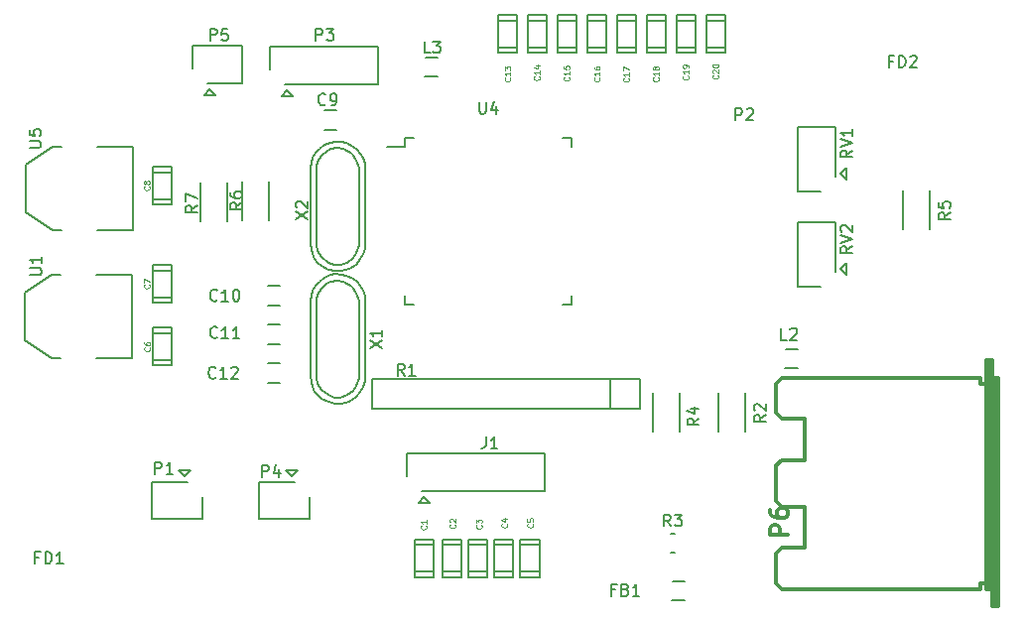
<source format=gbr>
G04 #@! TF.FileFunction,Legend,Top*
%FSLAX46Y46*%
G04 Gerber Fmt 4.6, Leading zero omitted, Abs format (unit mm)*
G04 Created by KiCad (PCBNEW 4.0.2-stable) date 29/08/2016 23:52:40*
%MOMM*%
G01*
G04 APERTURE LIST*
%ADD10C,0.100000*%
%ADD11C,0.150000*%
%ADD12C,0.127000*%
%ADD13C,0.304800*%
%ADD14C,0.119380*%
G04 APERTURE END LIST*
D10*
D11*
X134000240Y-100330000D02*
X134401560Y-100129340D01*
X134401560Y-100129340D02*
X135001000Y-100027740D01*
X135001000Y-100027740D02*
X135501380Y-100129340D01*
X135501380Y-100129340D02*
X136199880Y-100528120D01*
X136199880Y-100528120D02*
X136601200Y-101130100D01*
X136601200Y-101130100D02*
X136801860Y-101729540D01*
X136801860Y-101729540D02*
X136801860Y-108328460D01*
X136801860Y-108328460D02*
X136601200Y-109029500D01*
X136601200Y-109029500D02*
X136301480Y-109428280D01*
X136301480Y-109428280D02*
X135801100Y-109829600D01*
X135801100Y-109829600D02*
X135201660Y-110030260D01*
X135201660Y-110030260D02*
X134701280Y-110030260D01*
X134701280Y-110030260D02*
X134200900Y-109829600D01*
X134200900Y-109829600D02*
X133601460Y-109329220D01*
X133601460Y-109329220D02*
X133301740Y-108828840D01*
X133301740Y-108828840D02*
X133200140Y-108328460D01*
X133200140Y-108229400D02*
X133200140Y-101627940D01*
X133200140Y-101627940D02*
X133301740Y-101229160D01*
X133301740Y-101229160D02*
X133601460Y-100728780D01*
X133601460Y-100728780D02*
X134101840Y-100228400D01*
X132671820Y-108219240D02*
X132720080Y-108678980D01*
X132720080Y-108678980D02*
X132831840Y-109077760D01*
X132831840Y-109077760D02*
X133050280Y-109509560D01*
X133050280Y-109509560D02*
X133281420Y-109799120D01*
X133281420Y-109799120D02*
X133631940Y-110129320D01*
X133631940Y-110129320D02*
X134170420Y-110418880D01*
X134170420Y-110418880D02*
X134769860Y-110548420D01*
X134769860Y-110548420D02*
X135280400Y-110548420D01*
X135280400Y-110548420D02*
X135981440Y-110378240D01*
X135981440Y-110378240D02*
X136570720Y-109979460D01*
X136570720Y-109979460D02*
X136941560Y-109519720D01*
X136941560Y-109519720D02*
X137149840Y-109098080D01*
X137149840Y-109098080D02*
X137309860Y-108648500D01*
X137309860Y-108648500D02*
X137340340Y-108209080D01*
X137121900Y-100868480D02*
X136900920Y-100490020D01*
X136900920Y-100490020D02*
X136621520Y-100169980D01*
X136621520Y-100169980D02*
X136291320Y-99918520D01*
X136291320Y-99918520D02*
X135740140Y-99618800D01*
X135740140Y-99618800D02*
X135270240Y-99509580D01*
X135270240Y-99509580D02*
X134810500Y-99489260D01*
X134810500Y-99489260D02*
X134350760Y-99578160D01*
X134350760Y-99578160D02*
X133901180Y-99768660D01*
X133901180Y-99768660D02*
X133431280Y-100129340D01*
X133431280Y-100129340D02*
X133111240Y-100479860D01*
X133111240Y-100479860D02*
X132880100Y-100868480D01*
X132880100Y-100868480D02*
X132740400Y-101297740D01*
X132740400Y-101297740D02*
X132671820Y-101739700D01*
X137330180Y-108229400D02*
X137330180Y-101777800D01*
X137330180Y-101777800D02*
X137292080Y-101358700D01*
X137292080Y-101358700D02*
X137121900Y-100868480D01*
X132671820Y-108229400D02*
X132671820Y-101777800D01*
X134000240Y-89027000D02*
X134401560Y-88826340D01*
X134401560Y-88826340D02*
X135001000Y-88724740D01*
X135001000Y-88724740D02*
X135501380Y-88826340D01*
X135501380Y-88826340D02*
X136199880Y-89225120D01*
X136199880Y-89225120D02*
X136601200Y-89827100D01*
X136601200Y-89827100D02*
X136801860Y-90426540D01*
X136801860Y-90426540D02*
X136801860Y-97025460D01*
X136801860Y-97025460D02*
X136601200Y-97726500D01*
X136601200Y-97726500D02*
X136301480Y-98125280D01*
X136301480Y-98125280D02*
X135801100Y-98526600D01*
X135801100Y-98526600D02*
X135201660Y-98727260D01*
X135201660Y-98727260D02*
X134701280Y-98727260D01*
X134701280Y-98727260D02*
X134200900Y-98526600D01*
X134200900Y-98526600D02*
X133601460Y-98026220D01*
X133601460Y-98026220D02*
X133301740Y-97525840D01*
X133301740Y-97525840D02*
X133200140Y-97025460D01*
X133200140Y-96926400D02*
X133200140Y-90324940D01*
X133200140Y-90324940D02*
X133301740Y-89926160D01*
X133301740Y-89926160D02*
X133601460Y-89425780D01*
X133601460Y-89425780D02*
X134101840Y-88925400D01*
X132671820Y-96916240D02*
X132720080Y-97375980D01*
X132720080Y-97375980D02*
X132831840Y-97774760D01*
X132831840Y-97774760D02*
X133050280Y-98206560D01*
X133050280Y-98206560D02*
X133281420Y-98496120D01*
X133281420Y-98496120D02*
X133631940Y-98826320D01*
X133631940Y-98826320D02*
X134170420Y-99115880D01*
X134170420Y-99115880D02*
X134769860Y-99245420D01*
X134769860Y-99245420D02*
X135280400Y-99245420D01*
X135280400Y-99245420D02*
X135981440Y-99075240D01*
X135981440Y-99075240D02*
X136570720Y-98676460D01*
X136570720Y-98676460D02*
X136941560Y-98216720D01*
X136941560Y-98216720D02*
X137149840Y-97795080D01*
X137149840Y-97795080D02*
X137309860Y-97345500D01*
X137309860Y-97345500D02*
X137340340Y-96906080D01*
X137121900Y-89565480D02*
X136900920Y-89187020D01*
X136900920Y-89187020D02*
X136621520Y-88866980D01*
X136621520Y-88866980D02*
X136291320Y-88615520D01*
X136291320Y-88615520D02*
X135740140Y-88315800D01*
X135740140Y-88315800D02*
X135270240Y-88206580D01*
X135270240Y-88206580D02*
X134810500Y-88186260D01*
X134810500Y-88186260D02*
X134350760Y-88275160D01*
X134350760Y-88275160D02*
X133901180Y-88465660D01*
X133901180Y-88465660D02*
X133431280Y-88826340D01*
X133431280Y-88826340D02*
X133111240Y-89176860D01*
X133111240Y-89176860D02*
X132880100Y-89565480D01*
X132880100Y-89565480D02*
X132740400Y-89994740D01*
X132740400Y-89994740D02*
X132671820Y-90436700D01*
X137330180Y-96926400D02*
X137330180Y-90474800D01*
X137330180Y-90474800D02*
X137292080Y-90055700D01*
X137292080Y-90055700D02*
X137121900Y-89565480D01*
X132671820Y-96926400D02*
X132671820Y-90474800D01*
X140703000Y-87871000D02*
X140703000Y-88631000D01*
X154953000Y-87871000D02*
X154953000Y-88631000D01*
X154953000Y-102121000D02*
X154953000Y-101361000D01*
X140703000Y-102121000D02*
X140703000Y-101361000D01*
X140703000Y-87871000D02*
X141463000Y-87871000D01*
X140703000Y-102121000D02*
X141463000Y-102121000D01*
X154953000Y-102121000D02*
X154193000Y-102121000D01*
X154953000Y-87871000D02*
X154193000Y-87871000D01*
X140703000Y-88631000D02*
X139178000Y-88631000D01*
X142450820Y-82588100D02*
X143502380Y-82588100D01*
X143553180Y-80987900D02*
X142501620Y-80987900D01*
D12*
X143179800Y-122618500D02*
X141554200Y-122618500D01*
X141554200Y-124904500D02*
X143179800Y-124904500D01*
X141554200Y-125361700D02*
X143179800Y-125361700D01*
X143179800Y-125361700D02*
X143179800Y-122161300D01*
X143179800Y-122161300D02*
X141554200Y-122161300D01*
X141554200Y-122161300D02*
X141554200Y-125361700D01*
X145529300Y-122618500D02*
X143903700Y-122618500D01*
X143903700Y-124904500D02*
X145529300Y-124904500D01*
X143903700Y-125361700D02*
X145529300Y-125361700D01*
X145529300Y-125361700D02*
X145529300Y-122161300D01*
X145529300Y-122161300D02*
X143903700Y-122161300D01*
X143903700Y-122161300D02*
X143903700Y-125361700D01*
X147751800Y-122618500D02*
X146126200Y-122618500D01*
X146126200Y-124904500D02*
X147751800Y-124904500D01*
X146126200Y-125361700D02*
X147751800Y-125361700D01*
X147751800Y-125361700D02*
X147751800Y-122161300D01*
X147751800Y-122161300D02*
X146126200Y-122161300D01*
X146126200Y-122161300D02*
X146126200Y-125361700D01*
X149974300Y-122618500D02*
X148348700Y-122618500D01*
X148348700Y-124904500D02*
X149974300Y-124904500D01*
X148348700Y-125361700D02*
X149974300Y-125361700D01*
X149974300Y-125361700D02*
X149974300Y-122161300D01*
X149974300Y-122161300D02*
X148348700Y-122161300D01*
X148348700Y-122161300D02*
X148348700Y-125361700D01*
X152196800Y-122618500D02*
X150571200Y-122618500D01*
X150571200Y-124904500D02*
X152196800Y-124904500D01*
X150571200Y-125361700D02*
X152196800Y-125361700D01*
X152196800Y-125361700D02*
X152196800Y-122161300D01*
X152196800Y-122161300D02*
X150571200Y-122161300D01*
X150571200Y-122161300D02*
X150571200Y-125361700D01*
X119202200Y-106807000D02*
X120827800Y-106807000D01*
X120827800Y-104521000D02*
X119202200Y-104521000D01*
X120827800Y-104063800D02*
X119202200Y-104063800D01*
X119202200Y-104063800D02*
X119202200Y-107264200D01*
X119202200Y-107264200D02*
X120827800Y-107264200D01*
X120827800Y-107264200D02*
X120827800Y-104063800D01*
X120827800Y-99187000D02*
X119202200Y-99187000D01*
X119202200Y-101473000D02*
X120827800Y-101473000D01*
X119202200Y-101930200D02*
X120827800Y-101930200D01*
X120827800Y-101930200D02*
X120827800Y-98729800D01*
X120827800Y-98729800D02*
X119202200Y-98729800D01*
X119202200Y-98729800D02*
X119202200Y-101930200D01*
X120827800Y-90805000D02*
X119202200Y-90805000D01*
X119202200Y-93091000D02*
X120827800Y-93091000D01*
X119202200Y-93548200D02*
X120827800Y-93548200D01*
X120827800Y-93548200D02*
X120827800Y-90347800D01*
X120827800Y-90347800D02*
X119202200Y-90347800D01*
X119202200Y-90347800D02*
X119202200Y-93548200D01*
D11*
X134866000Y-85510000D02*
X133866000Y-85510000D01*
X133866000Y-87210000D02*
X134866000Y-87210000D01*
X130040000Y-100496000D02*
X129040000Y-100496000D01*
X129040000Y-102196000D02*
X130040000Y-102196000D01*
X130040000Y-103798000D02*
X129040000Y-103798000D01*
X129040000Y-105498000D02*
X130040000Y-105498000D01*
X130040000Y-107100000D02*
X129040000Y-107100000D01*
X129040000Y-108800000D02*
X130040000Y-108800000D01*
D12*
X150291800Y-77851000D02*
X148666200Y-77851000D01*
X148666200Y-80137000D02*
X150291800Y-80137000D01*
X148666200Y-80594200D02*
X150291800Y-80594200D01*
X150291800Y-80594200D02*
X150291800Y-77393800D01*
X150291800Y-77393800D02*
X148666200Y-77393800D01*
X148666200Y-77393800D02*
X148666200Y-80594200D01*
X152831800Y-77851000D02*
X151206200Y-77851000D01*
X151206200Y-80137000D02*
X152831800Y-80137000D01*
X151206200Y-80594200D02*
X152831800Y-80594200D01*
X152831800Y-80594200D02*
X152831800Y-77393800D01*
X152831800Y-77393800D02*
X151206200Y-77393800D01*
X151206200Y-77393800D02*
X151206200Y-80594200D01*
X155371800Y-77851000D02*
X153746200Y-77851000D01*
X153746200Y-80137000D02*
X155371800Y-80137000D01*
X153746200Y-80594200D02*
X155371800Y-80594200D01*
X155371800Y-80594200D02*
X155371800Y-77393800D01*
X155371800Y-77393800D02*
X153746200Y-77393800D01*
X153746200Y-77393800D02*
X153746200Y-80594200D01*
X157911800Y-77851000D02*
X156286200Y-77851000D01*
X156286200Y-80137000D02*
X157911800Y-80137000D01*
X156286200Y-80594200D02*
X157911800Y-80594200D01*
X157911800Y-80594200D02*
X157911800Y-77393800D01*
X157911800Y-77393800D02*
X156286200Y-77393800D01*
X156286200Y-77393800D02*
X156286200Y-80594200D01*
X160451800Y-77851000D02*
X158826200Y-77851000D01*
X158826200Y-80137000D02*
X160451800Y-80137000D01*
X158826200Y-80594200D02*
X160451800Y-80594200D01*
X160451800Y-80594200D02*
X160451800Y-77393800D01*
X160451800Y-77393800D02*
X158826200Y-77393800D01*
X158826200Y-77393800D02*
X158826200Y-80594200D01*
X162991800Y-77851000D02*
X161366200Y-77851000D01*
X161366200Y-80137000D02*
X162991800Y-80137000D01*
X161366200Y-80594200D02*
X162991800Y-80594200D01*
X162991800Y-80594200D02*
X162991800Y-77393800D01*
X162991800Y-77393800D02*
X161366200Y-77393800D01*
X161366200Y-77393800D02*
X161366200Y-80594200D01*
X165531800Y-77851000D02*
X163906200Y-77851000D01*
X163906200Y-80137000D02*
X165531800Y-80137000D01*
X163906200Y-80594200D02*
X165531800Y-80594200D01*
X165531800Y-80594200D02*
X165531800Y-77393800D01*
X165531800Y-77393800D02*
X163906200Y-77393800D01*
X163906200Y-77393800D02*
X163906200Y-80594200D01*
X168071800Y-77851000D02*
X166446200Y-77851000D01*
X166446200Y-80137000D02*
X168071800Y-80137000D01*
X166446200Y-80594200D02*
X168071800Y-80594200D01*
X168071800Y-80594200D02*
X168071800Y-77393800D01*
X168071800Y-77393800D02*
X166446200Y-77393800D01*
X166446200Y-77393800D02*
X166446200Y-80594200D01*
D11*
X163532820Y-127292100D02*
X164584380Y-127292100D01*
X164635180Y-125691900D02*
X163583620Y-125691900D01*
X174287180Y-105879900D02*
X173235620Y-105879900D01*
X173184820Y-107480100D02*
X174236380Y-107480100D01*
D13*
X190614300Y-126347220D02*
X190614300Y-106847640D01*
X190863220Y-108348780D02*
X190863220Y-126347220D01*
X191114680Y-127848360D02*
X191114680Y-108348780D01*
X172864780Y-126347220D02*
X189865000Y-126347220D01*
X172864780Y-126347220D02*
X172364400Y-125846840D01*
X172364400Y-125846840D02*
X172364400Y-123347480D01*
X172364400Y-123347480D02*
X172864780Y-122847100D01*
X172864780Y-122847100D02*
X174863760Y-122847100D01*
X174863760Y-122847100D02*
X174863760Y-119346980D01*
X172864780Y-108348780D02*
X189865000Y-108348780D01*
X172864780Y-108348780D02*
X172364400Y-108849160D01*
X172364400Y-108849160D02*
X172364400Y-110848140D01*
X172364400Y-110848140D02*
X172364400Y-111348520D01*
X172364400Y-111348520D02*
X172864780Y-111848900D01*
X172864780Y-111848900D02*
X174863760Y-111848900D01*
X174863760Y-111848900D02*
X174863760Y-115349020D01*
X172364400Y-118849140D02*
X172864780Y-119346980D01*
X172864780Y-119346980D02*
X174863760Y-119346980D01*
X172364400Y-118849140D02*
X172364400Y-115846860D01*
X172364400Y-115846860D02*
X172864780Y-115349020D01*
X172864780Y-115349020D02*
X174863760Y-115349020D01*
X190863220Y-106847640D02*
X190863220Y-108348780D01*
X190863220Y-108348780D02*
X191363600Y-108348780D01*
X191363600Y-108348780D02*
X191363600Y-127848360D01*
X190863220Y-127848360D02*
X190863220Y-126347220D01*
X190863220Y-126347220D02*
X190362840Y-126347220D01*
X190362840Y-126347220D02*
X190362840Y-106847640D01*
X189865000Y-108348780D02*
X189865000Y-108849160D01*
X189865000Y-126347220D02*
X189865000Y-125846840D01*
X190362840Y-108849160D02*
X189865000Y-108849160D01*
X189865000Y-125846840D02*
X190362840Y-125846840D01*
X191363600Y-127848360D02*
X190863220Y-127848360D01*
X190362840Y-106847640D02*
X190863220Y-106847640D01*
D11*
X137922000Y-110998000D02*
X137922000Y-108458000D01*
X137922000Y-108458000D02*
X160782000Y-108458000D01*
X160782000Y-108458000D02*
X160782000Y-110998000D01*
X137922000Y-110998000D02*
X160782000Y-110998000D01*
X158242000Y-110998000D02*
X158242000Y-108458000D01*
X167513000Y-112903000D02*
X167513000Y-109601000D01*
X169799000Y-111252000D02*
X169799000Y-109601000D01*
X169799000Y-111252000D02*
X169799000Y-112903000D01*
X163576000Y-121627900D02*
X163375340Y-121627900D01*
X163576000Y-121627900D02*
X163776660Y-121627900D01*
X163675060Y-123228100D02*
X163776660Y-123228100D01*
X163776660Y-123228100D02*
X163375340Y-123228100D01*
X164211000Y-109601000D02*
X164211000Y-112903000D01*
X161925000Y-111252000D02*
X161925000Y-112903000D01*
X161925000Y-111252000D02*
X161925000Y-109601000D01*
X183261000Y-95631000D02*
X183261000Y-92329000D01*
X185547000Y-93980000D02*
X185547000Y-92329000D01*
X185547000Y-93980000D02*
X185547000Y-95631000D01*
X129159000Y-91567000D02*
X129159000Y-94869000D01*
X126873000Y-93218000D02*
X126873000Y-94869000D01*
X126873000Y-93218000D02*
X126873000Y-91567000D01*
X123317000Y-94996000D02*
X123317000Y-91694000D01*
X125603000Y-93345000D02*
X125603000Y-91694000D01*
X125603000Y-93345000D02*
X125603000Y-94996000D01*
X114452400Y-95707200D02*
X117500400Y-95707200D01*
X117500400Y-95707200D02*
X117500400Y-88595200D01*
X117500400Y-88595200D02*
X114452400Y-88595200D01*
X111404400Y-95707200D02*
X110642400Y-95707200D01*
X110642400Y-95707200D02*
X108356400Y-94183200D01*
X108356400Y-94183200D02*
X108356400Y-90119200D01*
X108356400Y-90119200D02*
X110642400Y-88595200D01*
X110642400Y-88595200D02*
X111404400Y-88595200D01*
X114427000Y-106680000D02*
X117475000Y-106680000D01*
X117475000Y-106680000D02*
X117475000Y-99568000D01*
X117475000Y-99568000D02*
X114427000Y-99568000D01*
X111379000Y-106680000D02*
X110617000Y-106680000D01*
X110617000Y-106680000D02*
X108331000Y-105156000D01*
X108331000Y-105156000D02*
X108331000Y-101092000D01*
X108331000Y-101092000D02*
X110617000Y-99568000D01*
X110617000Y-99568000D02*
X111379000Y-99568000D01*
X140867000Y-116720000D02*
X140867000Y-114790000D01*
X140867000Y-114790000D02*
X152617000Y-114790000D01*
X152617000Y-114790000D02*
X152617000Y-117990000D01*
X152617000Y-117990000D02*
X142137000Y-117990000D01*
X142367000Y-118490000D02*
X142867000Y-118990000D01*
X142867000Y-118990000D02*
X141867000Y-118990000D01*
X141867000Y-118990000D02*
X142367000Y-118490000D01*
X129183000Y-82049000D02*
X129183000Y-80119000D01*
X129183000Y-80119000D02*
X138433000Y-80119000D01*
X138433000Y-80119000D02*
X138433000Y-83319000D01*
X138433000Y-83319000D02*
X130453000Y-83319000D01*
X130683000Y-83819000D02*
X131183000Y-84319000D01*
X131183000Y-84319000D02*
X130183000Y-84319000D01*
X130183000Y-84319000D02*
X130683000Y-83819000D01*
X132564000Y-118484000D02*
X132564000Y-120414000D01*
X132564000Y-120414000D02*
X128314000Y-120414000D01*
X128314000Y-120414000D02*
X128314000Y-117214000D01*
X128314000Y-117214000D02*
X131294000Y-117214000D01*
X131064000Y-116714000D02*
X130564000Y-116214000D01*
X130564000Y-116214000D02*
X131564000Y-116214000D01*
X131564000Y-116214000D02*
X131064000Y-116714000D01*
X122579000Y-81922000D02*
X122579000Y-79992000D01*
X122579000Y-79992000D02*
X126829000Y-79992000D01*
X126829000Y-79992000D02*
X126829000Y-83192000D01*
X126829000Y-83192000D02*
X123849000Y-83192000D01*
X124079000Y-83692000D02*
X124579000Y-84192000D01*
X124579000Y-84192000D02*
X123579000Y-84192000D01*
X123579000Y-84192000D02*
X124079000Y-83692000D01*
X176156000Y-92432000D02*
X174226000Y-92432000D01*
X174226000Y-92432000D02*
X174226000Y-86932000D01*
X174226000Y-86932000D02*
X177426000Y-86932000D01*
X177426000Y-86932000D02*
X177426000Y-91162000D01*
X177926000Y-90932000D02*
X178426000Y-90432000D01*
X178426000Y-90432000D02*
X178426000Y-91432000D01*
X178426000Y-91432000D02*
X177926000Y-90932000D01*
X176156000Y-100560000D02*
X174226000Y-100560000D01*
X174226000Y-100560000D02*
X174226000Y-95060000D01*
X174226000Y-95060000D02*
X177426000Y-95060000D01*
X177426000Y-95060000D02*
X177426000Y-99290000D01*
X177926000Y-99060000D02*
X178426000Y-98560000D01*
X178426000Y-98560000D02*
X178426000Y-99560000D01*
X178426000Y-99560000D02*
X177926000Y-99060000D01*
X123420000Y-118484000D02*
X123420000Y-120414000D01*
X123420000Y-120414000D02*
X119170000Y-120414000D01*
X119170000Y-120414000D02*
X119170000Y-117214000D01*
X119170000Y-117214000D02*
X122150000Y-117214000D01*
X121920000Y-116714000D02*
X121420000Y-116214000D01*
X121420000Y-116214000D02*
X122420000Y-116214000D01*
X122420000Y-116214000D02*
X121920000Y-116714000D01*
X137755381Y-105838524D02*
X138755381Y-105171857D01*
X137755381Y-105171857D02*
X138755381Y-105838524D01*
X138755381Y-104267095D02*
X138755381Y-104838524D01*
X138755381Y-104552810D02*
X137755381Y-104552810D01*
X137898238Y-104648048D01*
X137993476Y-104743286D01*
X138041095Y-104838524D01*
X131405381Y-94814924D02*
X132405381Y-94148257D01*
X131405381Y-94148257D02*
X132405381Y-94814924D01*
X131500619Y-93814924D02*
X131453000Y-93767305D01*
X131405381Y-93672067D01*
X131405381Y-93433971D01*
X131453000Y-93338733D01*
X131500619Y-93291114D01*
X131595857Y-93243495D01*
X131691095Y-93243495D01*
X131833952Y-93291114D01*
X132405381Y-93862543D01*
X132405381Y-93243495D01*
X147066095Y-84798381D02*
X147066095Y-85607905D01*
X147113714Y-85703143D01*
X147161333Y-85750762D01*
X147256571Y-85798381D01*
X147447048Y-85798381D01*
X147542286Y-85750762D01*
X147589905Y-85703143D01*
X147637524Y-85607905D01*
X147637524Y-84798381D01*
X148542286Y-85131714D02*
X148542286Y-85798381D01*
X148304190Y-84750762D02*
X148066095Y-85465048D01*
X148685143Y-85465048D01*
X142886134Y-80614781D02*
X142409943Y-80614781D01*
X142409943Y-79614781D01*
X143124229Y-79614781D02*
X143743277Y-79614781D01*
X143409943Y-79995733D01*
X143552801Y-79995733D01*
X143648039Y-80043352D01*
X143695658Y-80090971D01*
X143743277Y-80186210D01*
X143743277Y-80424305D01*
X143695658Y-80519543D01*
X143648039Y-80567162D01*
X143552801Y-80614781D01*
X143267086Y-80614781D01*
X143171848Y-80567162D01*
X143124229Y-80519543D01*
D14*
X142520307Y-120961996D02*
X142544135Y-120985824D01*
X142567962Y-121057307D01*
X142567962Y-121104962D01*
X142544135Y-121176445D01*
X142496480Y-121224100D01*
X142448824Y-121247928D01*
X142353514Y-121271756D01*
X142282031Y-121271756D01*
X142186720Y-121247928D01*
X142139065Y-121224100D01*
X142091410Y-121176445D01*
X142067582Y-121104962D01*
X142067582Y-121057307D01*
X142091410Y-120985824D01*
X142115238Y-120961996D01*
X142567962Y-120485444D02*
X142567962Y-120771376D01*
X142567962Y-120628410D02*
X142067582Y-120628410D01*
X142139065Y-120676065D01*
X142186720Y-120723720D01*
X142210548Y-120771376D01*
X144984107Y-120860396D02*
X145007935Y-120884224D01*
X145031762Y-120955707D01*
X145031762Y-121003362D01*
X145007935Y-121074845D01*
X144960280Y-121122500D01*
X144912624Y-121146328D01*
X144817314Y-121170156D01*
X144745831Y-121170156D01*
X144650520Y-121146328D01*
X144602865Y-121122500D01*
X144555210Y-121074845D01*
X144531382Y-121003362D01*
X144531382Y-120955707D01*
X144555210Y-120884224D01*
X144579038Y-120860396D01*
X144579038Y-120669776D02*
X144555210Y-120645948D01*
X144531382Y-120598293D01*
X144531382Y-120479155D01*
X144555210Y-120431499D01*
X144579038Y-120407672D01*
X144626693Y-120383844D01*
X144674348Y-120383844D01*
X144745831Y-120407672D01*
X145031762Y-120693603D01*
X145031762Y-120383844D01*
X147244707Y-120911196D02*
X147268535Y-120935024D01*
X147292362Y-121006507D01*
X147292362Y-121054162D01*
X147268535Y-121125645D01*
X147220880Y-121173300D01*
X147173224Y-121197128D01*
X147077914Y-121220956D01*
X147006431Y-121220956D01*
X146911120Y-121197128D01*
X146863465Y-121173300D01*
X146815810Y-121125645D01*
X146791982Y-121054162D01*
X146791982Y-121006507D01*
X146815810Y-120935024D01*
X146839638Y-120911196D01*
X146791982Y-120744403D02*
X146791982Y-120434644D01*
X146982603Y-120601437D01*
X146982603Y-120529955D01*
X147006431Y-120482299D01*
X147030259Y-120458472D01*
X147077914Y-120434644D01*
X147197052Y-120434644D01*
X147244707Y-120458472D01*
X147268535Y-120482299D01*
X147292362Y-120529955D01*
X147292362Y-120672920D01*
X147268535Y-120720576D01*
X147244707Y-120744403D01*
X149403707Y-120809596D02*
X149427535Y-120833424D01*
X149451362Y-120904907D01*
X149451362Y-120952562D01*
X149427535Y-121024045D01*
X149379880Y-121071700D01*
X149332224Y-121095528D01*
X149236914Y-121119356D01*
X149165431Y-121119356D01*
X149070120Y-121095528D01*
X149022465Y-121071700D01*
X148974810Y-121024045D01*
X148950982Y-120952562D01*
X148950982Y-120904907D01*
X148974810Y-120833424D01*
X148998638Y-120809596D01*
X149117776Y-120380699D02*
X149451362Y-120380699D01*
X148927155Y-120499837D02*
X149284569Y-120618976D01*
X149284569Y-120309216D01*
X151613507Y-120809596D02*
X151637335Y-120833424D01*
X151661162Y-120904907D01*
X151661162Y-120952562D01*
X151637335Y-121024045D01*
X151589680Y-121071700D01*
X151542024Y-121095528D01*
X151446714Y-121119356D01*
X151375231Y-121119356D01*
X151279920Y-121095528D01*
X151232265Y-121071700D01*
X151184610Y-121024045D01*
X151160782Y-120952562D01*
X151160782Y-120904907D01*
X151184610Y-120833424D01*
X151208438Y-120809596D01*
X151160782Y-120356872D02*
X151160782Y-120595148D01*
X151399059Y-120618976D01*
X151375231Y-120595148D01*
X151351403Y-120547493D01*
X151351403Y-120428355D01*
X151375231Y-120380699D01*
X151399059Y-120356872D01*
X151446714Y-120333044D01*
X151565852Y-120333044D01*
X151613507Y-120356872D01*
X151637335Y-120380699D01*
X151661162Y-120428355D01*
X151661162Y-120547493D01*
X151637335Y-120595148D01*
X151613507Y-120618976D01*
X118923707Y-105747396D02*
X118947535Y-105771224D01*
X118971362Y-105842707D01*
X118971362Y-105890362D01*
X118947535Y-105961845D01*
X118899880Y-106009500D01*
X118852224Y-106033328D01*
X118756914Y-106057156D01*
X118685431Y-106057156D01*
X118590120Y-106033328D01*
X118542465Y-106009500D01*
X118494810Y-105961845D01*
X118470982Y-105890362D01*
X118470982Y-105842707D01*
X118494810Y-105771224D01*
X118518638Y-105747396D01*
X118470982Y-105318499D02*
X118470982Y-105413810D01*
X118494810Y-105461465D01*
X118518638Y-105485293D01*
X118590120Y-105532948D01*
X118685431Y-105556776D01*
X118876052Y-105556776D01*
X118923707Y-105532948D01*
X118947535Y-105509120D01*
X118971362Y-105461465D01*
X118971362Y-105366155D01*
X118947535Y-105318499D01*
X118923707Y-105294672D01*
X118876052Y-105270844D01*
X118756914Y-105270844D01*
X118709259Y-105294672D01*
X118685431Y-105318499D01*
X118661603Y-105366155D01*
X118661603Y-105461465D01*
X118685431Y-105509120D01*
X118709259Y-105532948D01*
X118756914Y-105556776D01*
X118898307Y-100387996D02*
X118922135Y-100411824D01*
X118945962Y-100483307D01*
X118945962Y-100530962D01*
X118922135Y-100602445D01*
X118874480Y-100650100D01*
X118826824Y-100673928D01*
X118731514Y-100697756D01*
X118660031Y-100697756D01*
X118564720Y-100673928D01*
X118517065Y-100650100D01*
X118469410Y-100602445D01*
X118445582Y-100530962D01*
X118445582Y-100483307D01*
X118469410Y-100411824D01*
X118493238Y-100387996D01*
X118445582Y-100221203D02*
X118445582Y-99887616D01*
X118945962Y-100102065D01*
X118898307Y-92005996D02*
X118922135Y-92029824D01*
X118945962Y-92101307D01*
X118945962Y-92148962D01*
X118922135Y-92220445D01*
X118874480Y-92268100D01*
X118826824Y-92291928D01*
X118731514Y-92315756D01*
X118660031Y-92315756D01*
X118564720Y-92291928D01*
X118517065Y-92268100D01*
X118469410Y-92220445D01*
X118445582Y-92148962D01*
X118445582Y-92101307D01*
X118469410Y-92029824D01*
X118493238Y-92005996D01*
X118660031Y-91720065D02*
X118636203Y-91767720D01*
X118612376Y-91791548D01*
X118564720Y-91815376D01*
X118540893Y-91815376D01*
X118493238Y-91791548D01*
X118469410Y-91767720D01*
X118445582Y-91720065D01*
X118445582Y-91624755D01*
X118469410Y-91577099D01*
X118493238Y-91553272D01*
X118540893Y-91529444D01*
X118564720Y-91529444D01*
X118612376Y-91553272D01*
X118636203Y-91577099D01*
X118660031Y-91624755D01*
X118660031Y-91720065D01*
X118683859Y-91767720D01*
X118707686Y-91791548D01*
X118755341Y-91815376D01*
X118850652Y-91815376D01*
X118898307Y-91791548D01*
X118922135Y-91767720D01*
X118945962Y-91720065D01*
X118945962Y-91624755D01*
X118922135Y-91577099D01*
X118898307Y-91553272D01*
X118850652Y-91529444D01*
X118755341Y-91529444D01*
X118707686Y-91553272D01*
X118683859Y-91577099D01*
X118660031Y-91624755D01*
D11*
X133945334Y-84989943D02*
X133897715Y-85037562D01*
X133754858Y-85085181D01*
X133659620Y-85085181D01*
X133516762Y-85037562D01*
X133421524Y-84942324D01*
X133373905Y-84847086D01*
X133326286Y-84656610D01*
X133326286Y-84513752D01*
X133373905Y-84323276D01*
X133421524Y-84228038D01*
X133516762Y-84132800D01*
X133659620Y-84085181D01*
X133754858Y-84085181D01*
X133897715Y-84132800D01*
X133945334Y-84180419D01*
X134421524Y-85085181D02*
X134612000Y-85085181D01*
X134707239Y-85037562D01*
X134754858Y-84989943D01*
X134850096Y-84847086D01*
X134897715Y-84656610D01*
X134897715Y-84275657D01*
X134850096Y-84180419D01*
X134802477Y-84132800D01*
X134707239Y-84085181D01*
X134516762Y-84085181D01*
X134421524Y-84132800D01*
X134373905Y-84180419D01*
X134326286Y-84275657D01*
X134326286Y-84513752D01*
X134373905Y-84608990D01*
X134421524Y-84656610D01*
X134516762Y-84704229D01*
X134707239Y-84704229D01*
X134802477Y-84656610D01*
X134850096Y-84608990D01*
X134897715Y-84513752D01*
X124706143Y-101703143D02*
X124658524Y-101750762D01*
X124515667Y-101798381D01*
X124420429Y-101798381D01*
X124277571Y-101750762D01*
X124182333Y-101655524D01*
X124134714Y-101560286D01*
X124087095Y-101369810D01*
X124087095Y-101226952D01*
X124134714Y-101036476D01*
X124182333Y-100941238D01*
X124277571Y-100846000D01*
X124420429Y-100798381D01*
X124515667Y-100798381D01*
X124658524Y-100846000D01*
X124706143Y-100893619D01*
X125658524Y-101798381D02*
X125087095Y-101798381D01*
X125372809Y-101798381D02*
X125372809Y-100798381D01*
X125277571Y-100941238D01*
X125182333Y-101036476D01*
X125087095Y-101084095D01*
X126277571Y-100798381D02*
X126372810Y-100798381D01*
X126468048Y-100846000D01*
X126515667Y-100893619D01*
X126563286Y-100988857D01*
X126610905Y-101179333D01*
X126610905Y-101417429D01*
X126563286Y-101607905D01*
X126515667Y-101703143D01*
X126468048Y-101750762D01*
X126372810Y-101798381D01*
X126277571Y-101798381D01*
X126182333Y-101750762D01*
X126134714Y-101703143D01*
X126087095Y-101607905D01*
X126039476Y-101417429D01*
X126039476Y-101179333D01*
X126087095Y-100988857D01*
X126134714Y-100893619D01*
X126182333Y-100846000D01*
X126277571Y-100798381D01*
X124706143Y-104878143D02*
X124658524Y-104925762D01*
X124515667Y-104973381D01*
X124420429Y-104973381D01*
X124277571Y-104925762D01*
X124182333Y-104830524D01*
X124134714Y-104735286D01*
X124087095Y-104544810D01*
X124087095Y-104401952D01*
X124134714Y-104211476D01*
X124182333Y-104116238D01*
X124277571Y-104021000D01*
X124420429Y-103973381D01*
X124515667Y-103973381D01*
X124658524Y-104021000D01*
X124706143Y-104068619D01*
X125658524Y-104973381D02*
X125087095Y-104973381D01*
X125372809Y-104973381D02*
X125372809Y-103973381D01*
X125277571Y-104116238D01*
X125182333Y-104211476D01*
X125087095Y-104259095D01*
X126610905Y-104973381D02*
X126039476Y-104973381D01*
X126325190Y-104973381D02*
X126325190Y-103973381D01*
X126229952Y-104116238D01*
X126134714Y-104211476D01*
X126039476Y-104259095D01*
X124579143Y-108307143D02*
X124531524Y-108354762D01*
X124388667Y-108402381D01*
X124293429Y-108402381D01*
X124150571Y-108354762D01*
X124055333Y-108259524D01*
X124007714Y-108164286D01*
X123960095Y-107973810D01*
X123960095Y-107830952D01*
X124007714Y-107640476D01*
X124055333Y-107545238D01*
X124150571Y-107450000D01*
X124293429Y-107402381D01*
X124388667Y-107402381D01*
X124531524Y-107450000D01*
X124579143Y-107497619D01*
X125531524Y-108402381D02*
X124960095Y-108402381D01*
X125245809Y-108402381D02*
X125245809Y-107402381D01*
X125150571Y-107545238D01*
X125055333Y-107640476D01*
X124960095Y-107688095D01*
X125912476Y-107497619D02*
X125960095Y-107450000D01*
X126055333Y-107402381D01*
X126293429Y-107402381D01*
X126388667Y-107450000D01*
X126436286Y-107497619D01*
X126483905Y-107592857D01*
X126483905Y-107688095D01*
X126436286Y-107830952D01*
X125864857Y-108402381D01*
X126483905Y-108402381D01*
D14*
X149683107Y-82719272D02*
X149706935Y-82743100D01*
X149730762Y-82814583D01*
X149730762Y-82862238D01*
X149706935Y-82933721D01*
X149659280Y-82981376D01*
X149611624Y-83005204D01*
X149516314Y-83029032D01*
X149444831Y-83029032D01*
X149349520Y-83005204D01*
X149301865Y-82981376D01*
X149254210Y-82933721D01*
X149230382Y-82862238D01*
X149230382Y-82814583D01*
X149254210Y-82743100D01*
X149278038Y-82719272D01*
X149730762Y-82242720D02*
X149730762Y-82528652D01*
X149730762Y-82385686D02*
X149230382Y-82385686D01*
X149301865Y-82433341D01*
X149349520Y-82480996D01*
X149373348Y-82528652D01*
X149230382Y-82075927D02*
X149230382Y-81766168D01*
X149421003Y-81932961D01*
X149421003Y-81861479D01*
X149444831Y-81813823D01*
X149468659Y-81789996D01*
X149516314Y-81766168D01*
X149635452Y-81766168D01*
X149683107Y-81789996D01*
X149706935Y-81813823D01*
X149730762Y-81861479D01*
X149730762Y-82004444D01*
X149706935Y-82052100D01*
X149683107Y-82075927D01*
X152172307Y-82617672D02*
X152196135Y-82641500D01*
X152219962Y-82712983D01*
X152219962Y-82760638D01*
X152196135Y-82832121D01*
X152148480Y-82879776D01*
X152100824Y-82903604D01*
X152005514Y-82927432D01*
X151934031Y-82927432D01*
X151838720Y-82903604D01*
X151791065Y-82879776D01*
X151743410Y-82832121D01*
X151719582Y-82760638D01*
X151719582Y-82712983D01*
X151743410Y-82641500D01*
X151767238Y-82617672D01*
X152219962Y-82141120D02*
X152219962Y-82427052D01*
X152219962Y-82284086D02*
X151719582Y-82284086D01*
X151791065Y-82331741D01*
X151838720Y-82379396D01*
X151862548Y-82427052D01*
X151886376Y-81712223D02*
X152219962Y-81712223D01*
X151695755Y-81831361D02*
X152053169Y-81950500D01*
X152053169Y-81640740D01*
X154712307Y-82668472D02*
X154736135Y-82692300D01*
X154759962Y-82763783D01*
X154759962Y-82811438D01*
X154736135Y-82882921D01*
X154688480Y-82930576D01*
X154640824Y-82954404D01*
X154545514Y-82978232D01*
X154474031Y-82978232D01*
X154378720Y-82954404D01*
X154331065Y-82930576D01*
X154283410Y-82882921D01*
X154259582Y-82811438D01*
X154259582Y-82763783D01*
X154283410Y-82692300D01*
X154307238Y-82668472D01*
X154759962Y-82191920D02*
X154759962Y-82477852D01*
X154759962Y-82334886D02*
X154259582Y-82334886D01*
X154331065Y-82382541D01*
X154378720Y-82430196D01*
X154402548Y-82477852D01*
X154259582Y-81739196D02*
X154259582Y-81977472D01*
X154497859Y-82001300D01*
X154474031Y-81977472D01*
X154450203Y-81929817D01*
X154450203Y-81810679D01*
X154474031Y-81763023D01*
X154497859Y-81739196D01*
X154545514Y-81715368D01*
X154664652Y-81715368D01*
X154712307Y-81739196D01*
X154736135Y-81763023D01*
X154759962Y-81810679D01*
X154759962Y-81929817D01*
X154736135Y-81977472D01*
X154712307Y-82001300D01*
X157303107Y-82719272D02*
X157326935Y-82743100D01*
X157350762Y-82814583D01*
X157350762Y-82862238D01*
X157326935Y-82933721D01*
X157279280Y-82981376D01*
X157231624Y-83005204D01*
X157136314Y-83029032D01*
X157064831Y-83029032D01*
X156969520Y-83005204D01*
X156921865Y-82981376D01*
X156874210Y-82933721D01*
X156850382Y-82862238D01*
X156850382Y-82814583D01*
X156874210Y-82743100D01*
X156898038Y-82719272D01*
X157350762Y-82242720D02*
X157350762Y-82528652D01*
X157350762Y-82385686D02*
X156850382Y-82385686D01*
X156921865Y-82433341D01*
X156969520Y-82480996D01*
X156993348Y-82528652D01*
X156850382Y-81813823D02*
X156850382Y-81909134D01*
X156874210Y-81956789D01*
X156898038Y-81980617D01*
X156969520Y-82028272D01*
X157064831Y-82052100D01*
X157255452Y-82052100D01*
X157303107Y-82028272D01*
X157326935Y-82004444D01*
X157350762Y-81956789D01*
X157350762Y-81861479D01*
X157326935Y-81813823D01*
X157303107Y-81789996D01*
X157255452Y-81766168D01*
X157136314Y-81766168D01*
X157088659Y-81789996D01*
X157064831Y-81813823D01*
X157041003Y-81861479D01*
X157041003Y-81956789D01*
X157064831Y-82004444D01*
X157088659Y-82028272D01*
X157136314Y-82052100D01*
X159792307Y-82770072D02*
X159816135Y-82793900D01*
X159839962Y-82865383D01*
X159839962Y-82913038D01*
X159816135Y-82984521D01*
X159768480Y-83032176D01*
X159720824Y-83056004D01*
X159625514Y-83079832D01*
X159554031Y-83079832D01*
X159458720Y-83056004D01*
X159411065Y-83032176D01*
X159363410Y-82984521D01*
X159339582Y-82913038D01*
X159339582Y-82865383D01*
X159363410Y-82793900D01*
X159387238Y-82770072D01*
X159839962Y-82293520D02*
X159839962Y-82579452D01*
X159839962Y-82436486D02*
X159339582Y-82436486D01*
X159411065Y-82484141D01*
X159458720Y-82531796D01*
X159482548Y-82579452D01*
X159339582Y-82126727D02*
X159339582Y-81793140D01*
X159839962Y-82007589D01*
X162332307Y-82719272D02*
X162356135Y-82743100D01*
X162379962Y-82814583D01*
X162379962Y-82862238D01*
X162356135Y-82933721D01*
X162308480Y-82981376D01*
X162260824Y-83005204D01*
X162165514Y-83029032D01*
X162094031Y-83029032D01*
X161998720Y-83005204D01*
X161951065Y-82981376D01*
X161903410Y-82933721D01*
X161879582Y-82862238D01*
X161879582Y-82814583D01*
X161903410Y-82743100D01*
X161927238Y-82719272D01*
X162379962Y-82242720D02*
X162379962Y-82528652D01*
X162379962Y-82385686D02*
X161879582Y-82385686D01*
X161951065Y-82433341D01*
X161998720Y-82480996D01*
X162022548Y-82528652D01*
X162094031Y-81956789D02*
X162070203Y-82004444D01*
X162046376Y-82028272D01*
X161998720Y-82052100D01*
X161974893Y-82052100D01*
X161927238Y-82028272D01*
X161903410Y-82004444D01*
X161879582Y-81956789D01*
X161879582Y-81861479D01*
X161903410Y-81813823D01*
X161927238Y-81789996D01*
X161974893Y-81766168D01*
X161998720Y-81766168D01*
X162046376Y-81789996D01*
X162070203Y-81813823D01*
X162094031Y-81861479D01*
X162094031Y-81956789D01*
X162117859Y-82004444D01*
X162141686Y-82028272D01*
X162189341Y-82052100D01*
X162284652Y-82052100D01*
X162332307Y-82028272D01*
X162356135Y-82004444D01*
X162379962Y-81956789D01*
X162379962Y-81861479D01*
X162356135Y-81813823D01*
X162332307Y-81789996D01*
X162284652Y-81766168D01*
X162189341Y-81766168D01*
X162141686Y-81789996D01*
X162117859Y-81813823D01*
X162094031Y-81861479D01*
X164872307Y-82566872D02*
X164896135Y-82590700D01*
X164919962Y-82662183D01*
X164919962Y-82709838D01*
X164896135Y-82781321D01*
X164848480Y-82828976D01*
X164800824Y-82852804D01*
X164705514Y-82876632D01*
X164634031Y-82876632D01*
X164538720Y-82852804D01*
X164491065Y-82828976D01*
X164443410Y-82781321D01*
X164419582Y-82709838D01*
X164419582Y-82662183D01*
X164443410Y-82590700D01*
X164467238Y-82566872D01*
X164919962Y-82090320D02*
X164919962Y-82376252D01*
X164919962Y-82233286D02*
X164419582Y-82233286D01*
X164491065Y-82280941D01*
X164538720Y-82328596D01*
X164562548Y-82376252D01*
X164919962Y-81852044D02*
X164919962Y-81756734D01*
X164896135Y-81709079D01*
X164872307Y-81685251D01*
X164800824Y-81637596D01*
X164705514Y-81613768D01*
X164514893Y-81613768D01*
X164467238Y-81637596D01*
X164443410Y-81661423D01*
X164419582Y-81709079D01*
X164419582Y-81804389D01*
X164443410Y-81852044D01*
X164467238Y-81875872D01*
X164514893Y-81899700D01*
X164634031Y-81899700D01*
X164681686Y-81875872D01*
X164705514Y-81852044D01*
X164729341Y-81804389D01*
X164729341Y-81709079D01*
X164705514Y-81661423D01*
X164681686Y-81637596D01*
X164634031Y-81613768D01*
X167412307Y-82516072D02*
X167436135Y-82539900D01*
X167459962Y-82611383D01*
X167459962Y-82659038D01*
X167436135Y-82730521D01*
X167388480Y-82778176D01*
X167340824Y-82802004D01*
X167245514Y-82825832D01*
X167174031Y-82825832D01*
X167078720Y-82802004D01*
X167031065Y-82778176D01*
X166983410Y-82730521D01*
X166959582Y-82659038D01*
X166959582Y-82611383D01*
X166983410Y-82539900D01*
X167007238Y-82516072D01*
X167007238Y-82325452D02*
X166983410Y-82301624D01*
X166959582Y-82253969D01*
X166959582Y-82134831D01*
X166983410Y-82087175D01*
X167007238Y-82063348D01*
X167054893Y-82039520D01*
X167102548Y-82039520D01*
X167174031Y-82063348D01*
X167459962Y-82349279D01*
X167459962Y-82039520D01*
X166959582Y-81729761D02*
X166959582Y-81682106D01*
X166983410Y-81634451D01*
X167007238Y-81610623D01*
X167054893Y-81586796D01*
X167150203Y-81562968D01*
X167269341Y-81562968D01*
X167364652Y-81586796D01*
X167412307Y-81610623D01*
X167436135Y-81634451D01*
X167459962Y-81682106D01*
X167459962Y-81729761D01*
X167436135Y-81777417D01*
X167412307Y-81801244D01*
X167364652Y-81825072D01*
X167269341Y-81848900D01*
X167150203Y-81848900D01*
X167054893Y-81825072D01*
X167007238Y-81801244D01*
X166983410Y-81777417D01*
X166959582Y-81729761D01*
D11*
X158678667Y-126420571D02*
X158345333Y-126420571D01*
X158345333Y-126944381D02*
X158345333Y-125944381D01*
X158821524Y-125944381D01*
X159535810Y-126420571D02*
X159678667Y-126468190D01*
X159726286Y-126515810D01*
X159773905Y-126611048D01*
X159773905Y-126753905D01*
X159726286Y-126849143D01*
X159678667Y-126896762D01*
X159583429Y-126944381D01*
X159202476Y-126944381D01*
X159202476Y-125944381D01*
X159535810Y-125944381D01*
X159631048Y-125992000D01*
X159678667Y-126039619D01*
X159726286Y-126134857D01*
X159726286Y-126230095D01*
X159678667Y-126325333D01*
X159631048Y-126372952D01*
X159535810Y-126420571D01*
X159202476Y-126420571D01*
X160726286Y-126944381D02*
X160154857Y-126944381D01*
X160440571Y-126944381D02*
X160440571Y-125944381D01*
X160345333Y-126087238D01*
X160250095Y-126182476D01*
X160154857Y-126230095D01*
X173315334Y-105100381D02*
X172839143Y-105100381D01*
X172839143Y-104100381D01*
X173601048Y-104195619D02*
X173648667Y-104148000D01*
X173743905Y-104100381D01*
X173982001Y-104100381D01*
X174077239Y-104148000D01*
X174124858Y-104195619D01*
X174172477Y-104290857D01*
X174172477Y-104386095D01*
X174124858Y-104528952D01*
X173553429Y-105100381D01*
X174172477Y-105100381D01*
D13*
X173409429Y-121774857D02*
X171885429Y-121774857D01*
X171885429Y-121194285D01*
X171958000Y-121049143D01*
X172030571Y-120976571D01*
X172175714Y-120904000D01*
X172393429Y-120904000D01*
X172538571Y-120976571D01*
X172611143Y-121049143D01*
X172683714Y-121194285D01*
X172683714Y-121774857D01*
X171885429Y-119597714D02*
X171885429Y-119888000D01*
X171958000Y-120033143D01*
X172030571Y-120105714D01*
X172248286Y-120250857D01*
X172538571Y-120323428D01*
X173119143Y-120323428D01*
X173264286Y-120250857D01*
X173336857Y-120178285D01*
X173409429Y-120033143D01*
X173409429Y-119742857D01*
X173336857Y-119597714D01*
X173264286Y-119525143D01*
X173119143Y-119452571D01*
X172756286Y-119452571D01*
X172611143Y-119525143D01*
X172538571Y-119597714D01*
X172466000Y-119742857D01*
X172466000Y-120033143D01*
X172538571Y-120178285D01*
X172611143Y-120250857D01*
X172756286Y-120323428D01*
D11*
X140676334Y-108148381D02*
X140343000Y-107672190D01*
X140104905Y-108148381D02*
X140104905Y-107148381D01*
X140485858Y-107148381D01*
X140581096Y-107196000D01*
X140628715Y-107243619D01*
X140676334Y-107338857D01*
X140676334Y-107481714D01*
X140628715Y-107576952D01*
X140581096Y-107624571D01*
X140485858Y-107672190D01*
X140104905Y-107672190D01*
X141628715Y-108148381D02*
X141057286Y-108148381D01*
X141343000Y-108148381D02*
X141343000Y-107148381D01*
X141247762Y-107291238D01*
X141152524Y-107386476D01*
X141057286Y-107434095D01*
X171508681Y-111517726D02*
X171032490Y-111851060D01*
X171508681Y-112089155D02*
X170508681Y-112089155D01*
X170508681Y-111708202D01*
X170556300Y-111612964D01*
X170603919Y-111565345D01*
X170699157Y-111517726D01*
X170842014Y-111517726D01*
X170937252Y-111565345D01*
X170984871Y-111612964D01*
X171032490Y-111708202D01*
X171032490Y-112089155D01*
X170603919Y-111136774D02*
X170556300Y-111089155D01*
X170508681Y-110993917D01*
X170508681Y-110755821D01*
X170556300Y-110660583D01*
X170603919Y-110612964D01*
X170699157Y-110565345D01*
X170794395Y-110565345D01*
X170937252Y-110612964D01*
X171508681Y-111184393D01*
X171508681Y-110565345D01*
X163409334Y-121000781D02*
X163076000Y-120524590D01*
X162837905Y-121000781D02*
X162837905Y-120000781D01*
X163218858Y-120000781D01*
X163314096Y-120048400D01*
X163361715Y-120096019D01*
X163409334Y-120191257D01*
X163409334Y-120334114D01*
X163361715Y-120429352D01*
X163314096Y-120476971D01*
X163218858Y-120524590D01*
X162837905Y-120524590D01*
X163742667Y-120000781D02*
X164361715Y-120000781D01*
X164028381Y-120381733D01*
X164171239Y-120381733D01*
X164266477Y-120429352D01*
X164314096Y-120476971D01*
X164361715Y-120572210D01*
X164361715Y-120810305D01*
X164314096Y-120905543D01*
X164266477Y-120953162D01*
X164171239Y-121000781D01*
X163885524Y-121000781D01*
X163790286Y-120953162D01*
X163742667Y-120905543D01*
X165806381Y-111799666D02*
X165330190Y-112133000D01*
X165806381Y-112371095D02*
X164806381Y-112371095D01*
X164806381Y-111990142D01*
X164854000Y-111894904D01*
X164901619Y-111847285D01*
X164996857Y-111799666D01*
X165139714Y-111799666D01*
X165234952Y-111847285D01*
X165282571Y-111894904D01*
X165330190Y-111990142D01*
X165330190Y-112371095D01*
X165139714Y-110942523D02*
X165806381Y-110942523D01*
X164758762Y-111180619D02*
X165473048Y-111418714D01*
X165473048Y-110799666D01*
X187256681Y-94245726D02*
X186780490Y-94579060D01*
X187256681Y-94817155D02*
X186256681Y-94817155D01*
X186256681Y-94436202D01*
X186304300Y-94340964D01*
X186351919Y-94293345D01*
X186447157Y-94245726D01*
X186590014Y-94245726D01*
X186685252Y-94293345D01*
X186732871Y-94340964D01*
X186780490Y-94436202D01*
X186780490Y-94817155D01*
X186256681Y-93340964D02*
X186256681Y-93817155D01*
X186732871Y-93864774D01*
X186685252Y-93817155D01*
X186637633Y-93721917D01*
X186637633Y-93483821D01*
X186685252Y-93388583D01*
X186732871Y-93340964D01*
X186828110Y-93293345D01*
X187066205Y-93293345D01*
X187161443Y-93340964D01*
X187209062Y-93388583D01*
X187256681Y-93483821D01*
X187256681Y-93721917D01*
X187209062Y-93817155D01*
X187161443Y-93864774D01*
X126791981Y-93384666D02*
X126315790Y-93718000D01*
X126791981Y-93956095D02*
X125791981Y-93956095D01*
X125791981Y-93575142D01*
X125839600Y-93479904D01*
X125887219Y-93432285D01*
X125982457Y-93384666D01*
X126125314Y-93384666D01*
X126220552Y-93432285D01*
X126268171Y-93479904D01*
X126315790Y-93575142D01*
X126315790Y-93956095D01*
X125791981Y-92527523D02*
X125791981Y-92718000D01*
X125839600Y-92813238D01*
X125887219Y-92860857D01*
X126030076Y-92956095D01*
X126220552Y-93003714D01*
X126601505Y-93003714D01*
X126696743Y-92956095D01*
X126744362Y-92908476D01*
X126791981Y-92813238D01*
X126791981Y-92622761D01*
X126744362Y-92527523D01*
X126696743Y-92479904D01*
X126601505Y-92432285D01*
X126363410Y-92432285D01*
X126268171Y-92479904D01*
X126220552Y-92527523D01*
X126172933Y-92622761D01*
X126172933Y-92813238D01*
X126220552Y-92908476D01*
X126268171Y-92956095D01*
X126363410Y-93003714D01*
X123007381Y-93638666D02*
X122531190Y-93972000D01*
X123007381Y-94210095D02*
X122007381Y-94210095D01*
X122007381Y-93829142D01*
X122055000Y-93733904D01*
X122102619Y-93686285D01*
X122197857Y-93638666D01*
X122340714Y-93638666D01*
X122435952Y-93686285D01*
X122483571Y-93733904D01*
X122531190Y-93829142D01*
X122531190Y-94210095D01*
X122007381Y-93305333D02*
X122007381Y-92638666D01*
X123007381Y-93067238D01*
X108672381Y-88696705D02*
X109481905Y-88696705D01*
X109577143Y-88649086D01*
X109624762Y-88601467D01*
X109672381Y-88506229D01*
X109672381Y-88315752D01*
X109624762Y-88220514D01*
X109577143Y-88172895D01*
X109481905Y-88125276D01*
X108672381Y-88125276D01*
X108672381Y-87172895D02*
X108672381Y-87649086D01*
X109148571Y-87696705D01*
X109100952Y-87649086D01*
X109053333Y-87553848D01*
X109053333Y-87315752D01*
X109100952Y-87220514D01*
X109148571Y-87172895D01*
X109243810Y-87125276D01*
X109481905Y-87125276D01*
X109577143Y-87172895D01*
X109624762Y-87220514D01*
X109672381Y-87315752D01*
X109672381Y-87553848D01*
X109624762Y-87649086D01*
X109577143Y-87696705D01*
X108723181Y-99567905D02*
X109532705Y-99567905D01*
X109627943Y-99520286D01*
X109675562Y-99472667D01*
X109723181Y-99377429D01*
X109723181Y-99186952D01*
X109675562Y-99091714D01*
X109627943Y-99044095D01*
X109532705Y-98996476D01*
X108723181Y-98996476D01*
X109723181Y-97996476D02*
X109723181Y-98567905D01*
X109723181Y-98282191D02*
X108723181Y-98282191D01*
X108866038Y-98377429D01*
X108961276Y-98472667D01*
X109008895Y-98567905D01*
X147621667Y-113371381D02*
X147621667Y-114085667D01*
X147574047Y-114228524D01*
X147478809Y-114323762D01*
X147335952Y-114371381D01*
X147240714Y-114371381D01*
X148621667Y-114371381D02*
X148050238Y-114371381D01*
X148335952Y-114371381D02*
X148335952Y-113371381D01*
X148240714Y-113514238D01*
X148145476Y-113609476D01*
X148050238Y-113657095D01*
X168933905Y-86355181D02*
X168933905Y-85355181D01*
X169314858Y-85355181D01*
X169410096Y-85402800D01*
X169457715Y-85450419D01*
X169505334Y-85545657D01*
X169505334Y-85688514D01*
X169457715Y-85783752D01*
X169410096Y-85831371D01*
X169314858Y-85878990D01*
X168933905Y-85878990D01*
X169886286Y-85450419D02*
X169933905Y-85402800D01*
X170029143Y-85355181D01*
X170267239Y-85355181D01*
X170362477Y-85402800D01*
X170410096Y-85450419D01*
X170457715Y-85545657D01*
X170457715Y-85640895D01*
X170410096Y-85783752D01*
X169838667Y-86355181D01*
X170457715Y-86355181D01*
X133119905Y-79547981D02*
X133119905Y-78547981D01*
X133500858Y-78547981D01*
X133596096Y-78595600D01*
X133643715Y-78643219D01*
X133691334Y-78738457D01*
X133691334Y-78881314D01*
X133643715Y-78976552D01*
X133596096Y-79024171D01*
X133500858Y-79071790D01*
X133119905Y-79071790D01*
X134024667Y-78547981D02*
X134643715Y-78547981D01*
X134310381Y-78928933D01*
X134453239Y-78928933D01*
X134548477Y-78976552D01*
X134596096Y-79024171D01*
X134643715Y-79119410D01*
X134643715Y-79357505D01*
X134596096Y-79452743D01*
X134548477Y-79500362D01*
X134453239Y-79547981D01*
X134167524Y-79547981D01*
X134072286Y-79500362D01*
X134024667Y-79452743D01*
X128547905Y-116784381D02*
X128547905Y-115784381D01*
X128928858Y-115784381D01*
X129024096Y-115832000D01*
X129071715Y-115879619D01*
X129119334Y-115974857D01*
X129119334Y-116117714D01*
X129071715Y-116212952D01*
X129024096Y-116260571D01*
X128928858Y-116308190D01*
X128547905Y-116308190D01*
X129976477Y-116117714D02*
X129976477Y-116784381D01*
X129738381Y-115736762D02*
X129500286Y-116451048D01*
X130119334Y-116451048D01*
X124102905Y-79573381D02*
X124102905Y-78573381D01*
X124483858Y-78573381D01*
X124579096Y-78621000D01*
X124626715Y-78668619D01*
X124674334Y-78763857D01*
X124674334Y-78906714D01*
X124626715Y-79001952D01*
X124579096Y-79049571D01*
X124483858Y-79097190D01*
X124102905Y-79097190D01*
X125579096Y-78573381D02*
X125102905Y-78573381D01*
X125055286Y-79049571D01*
X125102905Y-79001952D01*
X125198143Y-78954333D01*
X125436239Y-78954333D01*
X125531477Y-79001952D01*
X125579096Y-79049571D01*
X125626715Y-79144810D01*
X125626715Y-79382905D01*
X125579096Y-79478143D01*
X125531477Y-79525762D01*
X125436239Y-79573381D01*
X125198143Y-79573381D01*
X125102905Y-79525762D01*
X125055286Y-79478143D01*
X178912781Y-88936438D02*
X178436590Y-89269772D01*
X178912781Y-89507867D02*
X177912781Y-89507867D01*
X177912781Y-89126914D01*
X177960400Y-89031676D01*
X178008019Y-88984057D01*
X178103257Y-88936438D01*
X178246114Y-88936438D01*
X178341352Y-88984057D01*
X178388971Y-89031676D01*
X178436590Y-89126914D01*
X178436590Y-89507867D01*
X177912781Y-88650724D02*
X178912781Y-88317391D01*
X177912781Y-87984057D01*
X178912781Y-87126914D02*
X178912781Y-87698343D01*
X178912781Y-87412629D02*
X177912781Y-87412629D01*
X178055638Y-87507867D01*
X178150876Y-87603105D01*
X178198495Y-87698343D01*
X178912781Y-97115238D02*
X178436590Y-97448572D01*
X178912781Y-97686667D02*
X177912781Y-97686667D01*
X177912781Y-97305714D01*
X177960400Y-97210476D01*
X178008019Y-97162857D01*
X178103257Y-97115238D01*
X178246114Y-97115238D01*
X178341352Y-97162857D01*
X178388971Y-97210476D01*
X178436590Y-97305714D01*
X178436590Y-97686667D01*
X177912781Y-96829524D02*
X178912781Y-96496191D01*
X177912781Y-96162857D01*
X178008019Y-95877143D02*
X177960400Y-95829524D01*
X177912781Y-95734286D01*
X177912781Y-95496190D01*
X177960400Y-95400952D01*
X178008019Y-95353333D01*
X178103257Y-95305714D01*
X178198495Y-95305714D01*
X178341352Y-95353333D01*
X178912781Y-95924762D01*
X178912781Y-95305714D01*
X119403905Y-116530381D02*
X119403905Y-115530381D01*
X119784858Y-115530381D01*
X119880096Y-115578000D01*
X119927715Y-115625619D01*
X119975334Y-115720857D01*
X119975334Y-115863714D01*
X119927715Y-115958952D01*
X119880096Y-116006571D01*
X119784858Y-116054190D01*
X119403905Y-116054190D01*
X120927715Y-116530381D02*
X120356286Y-116530381D01*
X120642000Y-116530381D02*
X120642000Y-115530381D01*
X120546762Y-115673238D01*
X120451524Y-115768476D01*
X120356286Y-115816095D01*
X182351467Y-81310171D02*
X182018133Y-81310171D01*
X182018133Y-81833981D02*
X182018133Y-80833981D01*
X182494324Y-80833981D01*
X182875276Y-81833981D02*
X182875276Y-80833981D01*
X183113371Y-80833981D01*
X183256229Y-80881600D01*
X183351467Y-80976838D01*
X183399086Y-81072076D01*
X183446705Y-81262552D01*
X183446705Y-81405410D01*
X183399086Y-81595886D01*
X183351467Y-81691124D01*
X183256229Y-81786362D01*
X183113371Y-81833981D01*
X182875276Y-81833981D01*
X183827657Y-80929219D02*
X183875276Y-80881600D01*
X183970514Y-80833981D01*
X184208610Y-80833981D01*
X184303848Y-80881600D01*
X184351467Y-80929219D01*
X184399086Y-81024457D01*
X184399086Y-81119695D01*
X184351467Y-81262552D01*
X183780038Y-81833981D01*
X184399086Y-81833981D01*
X109504267Y-123677371D02*
X109170933Y-123677371D01*
X109170933Y-124201181D02*
X109170933Y-123201181D01*
X109647124Y-123201181D01*
X110028076Y-124201181D02*
X110028076Y-123201181D01*
X110266171Y-123201181D01*
X110409029Y-123248800D01*
X110504267Y-123344038D01*
X110551886Y-123439276D01*
X110599505Y-123629752D01*
X110599505Y-123772610D01*
X110551886Y-123963086D01*
X110504267Y-124058324D01*
X110409029Y-124153562D01*
X110266171Y-124201181D01*
X110028076Y-124201181D01*
X111551886Y-124201181D02*
X110980457Y-124201181D01*
X111266171Y-124201181D02*
X111266171Y-123201181D01*
X111170933Y-123344038D01*
X111075695Y-123439276D01*
X110980457Y-123486895D01*
M02*

</source>
